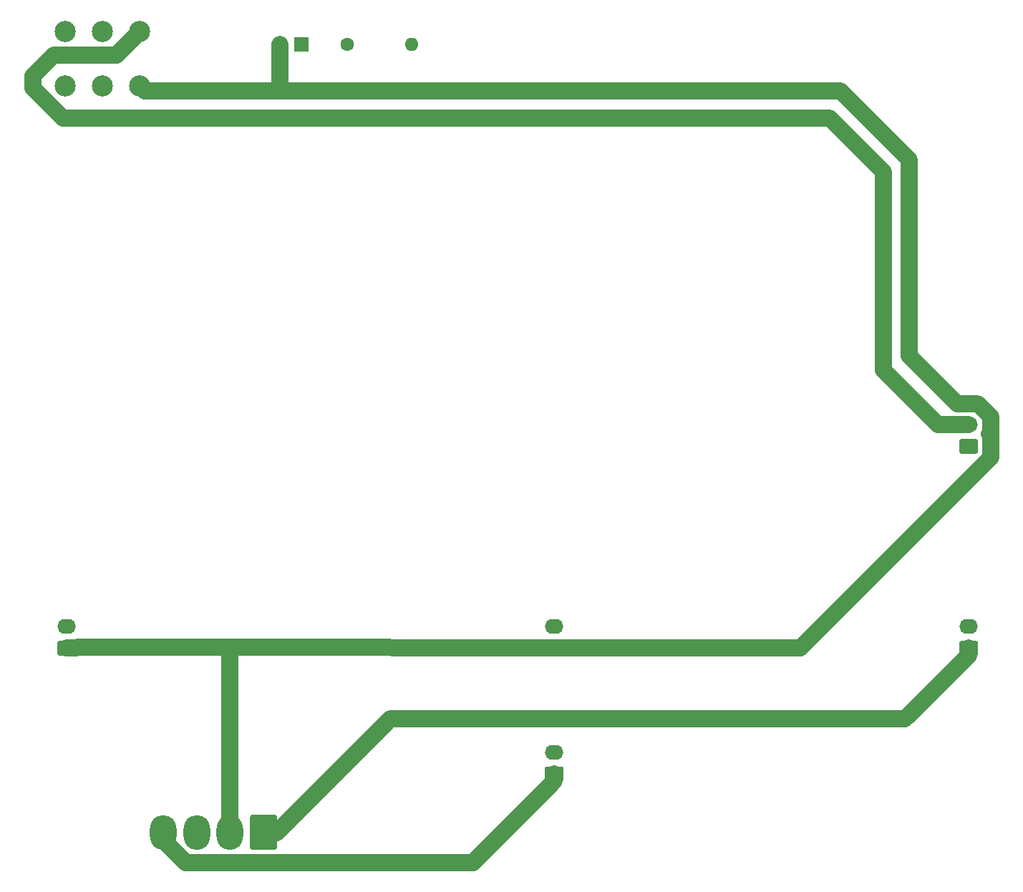
<source format=gbr>
G04 #@! TF.GenerationSoftware,KiCad,Pcbnew,(5.1.5-0-10_14)*
G04 #@! TF.CreationDate,2020-10-31T12:06:31+01:00*
G04 #@! TF.ProjectId,ti99-psu,74693939-2d70-4737-952e-6b696361645f,rev?*
G04 #@! TF.SameCoordinates,Original*
G04 #@! TF.FileFunction,Copper,L1,Top*
G04 #@! TF.FilePolarity,Positive*
%FSLAX46Y46*%
G04 Gerber Fmt 4.6, Leading zero omitted, Abs format (unit mm)*
G04 Created by KiCad (PCBNEW (5.1.5-0-10_14)) date 2020-10-31 12:06:31*
%MOMM*%
%LPD*%
G04 APERTURE LIST*
%ADD10C,1.800000*%
%ADD11R,1.800000X1.800000*%
%ADD12C,2.500000*%
%ADD13O,3.160000X4.100000*%
%ADD14C,0.100000*%
%ADD15O,1.600000X1.600000*%
%ADD16C,1.600000*%
%ADD17O,2.200000X1.740000*%
%ADD18C,2.000000*%
G04 APERTURE END LIST*
D10*
X68262500Y-51625500D03*
D11*
X70802500Y-51625500D03*
D12*
X51689500Y-56578500D03*
X47274500Y-56578500D03*
X42859500Y-56578500D03*
X51689500Y-50141500D03*
X47274500Y-50141500D03*
X42859500Y-50141500D03*
D13*
X54460000Y-144843500D03*
X58420000Y-144843500D03*
X62380000Y-144843500D03*
G04 #@! TA.AperFunction,ComponentPad*
D14*
G36*
X67694504Y-142794704D02*
G01*
X67718773Y-142798304D01*
X67742571Y-142804265D01*
X67765671Y-142812530D01*
X67787849Y-142823020D01*
X67808893Y-142835633D01*
X67828598Y-142850247D01*
X67846777Y-142866723D01*
X67863253Y-142884902D01*
X67877867Y-142904607D01*
X67890480Y-142925651D01*
X67900970Y-142947829D01*
X67909235Y-142970929D01*
X67915196Y-142994727D01*
X67918796Y-143018996D01*
X67920000Y-143043500D01*
X67920000Y-146643500D01*
X67918796Y-146668004D01*
X67915196Y-146692273D01*
X67909235Y-146716071D01*
X67900970Y-146739171D01*
X67890480Y-146761349D01*
X67877867Y-146782393D01*
X67863253Y-146802098D01*
X67846777Y-146820277D01*
X67828598Y-146836753D01*
X67808893Y-146851367D01*
X67787849Y-146863980D01*
X67765671Y-146874470D01*
X67742571Y-146882735D01*
X67718773Y-146888696D01*
X67694504Y-146892296D01*
X67670000Y-146893500D01*
X65010000Y-146893500D01*
X64985496Y-146892296D01*
X64961227Y-146888696D01*
X64937429Y-146882735D01*
X64914329Y-146874470D01*
X64892151Y-146863980D01*
X64871107Y-146851367D01*
X64851402Y-146836753D01*
X64833223Y-146820277D01*
X64816747Y-146802098D01*
X64802133Y-146782393D01*
X64789520Y-146761349D01*
X64779030Y-146739171D01*
X64770765Y-146716071D01*
X64764804Y-146692273D01*
X64761204Y-146668004D01*
X64760000Y-146643500D01*
X64760000Y-143043500D01*
X64761204Y-143018996D01*
X64764804Y-142994727D01*
X64770765Y-142970929D01*
X64779030Y-142947829D01*
X64789520Y-142925651D01*
X64802133Y-142904607D01*
X64816747Y-142884902D01*
X64833223Y-142866723D01*
X64851402Y-142850247D01*
X64871107Y-142835633D01*
X64892151Y-142823020D01*
X64914329Y-142812530D01*
X64937429Y-142804265D01*
X64961227Y-142798304D01*
X64985496Y-142794704D01*
X65010000Y-142793500D01*
X67670000Y-142793500D01*
X67694504Y-142794704D01*
G37*
G04 #@! TD.AperFunction*
D15*
X83883500Y-51625500D03*
D16*
X76263500Y-51625500D03*
D17*
X100711000Y-135382000D03*
G04 #@! TA.AperFunction,ComponentPad*
D14*
G36*
X101585505Y-137053204D02*
G01*
X101609773Y-137056804D01*
X101633572Y-137062765D01*
X101656671Y-137071030D01*
X101678850Y-137081520D01*
X101699893Y-137094132D01*
X101719599Y-137108747D01*
X101737777Y-137125223D01*
X101754253Y-137143401D01*
X101768868Y-137163107D01*
X101781480Y-137184150D01*
X101791970Y-137206329D01*
X101800235Y-137229428D01*
X101806196Y-137253227D01*
X101809796Y-137277495D01*
X101811000Y-137301999D01*
X101811000Y-138542001D01*
X101809796Y-138566505D01*
X101806196Y-138590773D01*
X101800235Y-138614572D01*
X101791970Y-138637671D01*
X101781480Y-138659850D01*
X101768868Y-138680893D01*
X101754253Y-138700599D01*
X101737777Y-138718777D01*
X101719599Y-138735253D01*
X101699893Y-138749868D01*
X101678850Y-138762480D01*
X101656671Y-138772970D01*
X101633572Y-138781235D01*
X101609773Y-138787196D01*
X101585505Y-138790796D01*
X101561001Y-138792000D01*
X99860999Y-138792000D01*
X99836495Y-138790796D01*
X99812227Y-138787196D01*
X99788428Y-138781235D01*
X99765329Y-138772970D01*
X99743150Y-138762480D01*
X99722107Y-138749868D01*
X99702401Y-138735253D01*
X99684223Y-138718777D01*
X99667747Y-138700599D01*
X99653132Y-138680893D01*
X99640520Y-138659850D01*
X99630030Y-138637671D01*
X99621765Y-138614572D01*
X99615804Y-138590773D01*
X99612204Y-138566505D01*
X99611000Y-138542001D01*
X99611000Y-137301999D01*
X99612204Y-137277495D01*
X99615804Y-137253227D01*
X99621765Y-137229428D01*
X99630030Y-137206329D01*
X99640520Y-137184150D01*
X99653132Y-137163107D01*
X99667747Y-137143401D01*
X99684223Y-137125223D01*
X99702401Y-137108747D01*
X99722107Y-137094132D01*
X99743150Y-137081520D01*
X99765329Y-137071030D01*
X99788428Y-137062765D01*
X99812227Y-137056804D01*
X99836495Y-137053204D01*
X99860999Y-137052000D01*
X101561001Y-137052000D01*
X101585505Y-137053204D01*
G37*
G04 #@! TD.AperFunction*
D17*
X149733000Y-120523000D03*
G04 #@! TA.AperFunction,ComponentPad*
D14*
G36*
X150607505Y-122194204D02*
G01*
X150631773Y-122197804D01*
X150655572Y-122203765D01*
X150678671Y-122212030D01*
X150700850Y-122222520D01*
X150721893Y-122235132D01*
X150741599Y-122249747D01*
X150759777Y-122266223D01*
X150776253Y-122284401D01*
X150790868Y-122304107D01*
X150803480Y-122325150D01*
X150813970Y-122347329D01*
X150822235Y-122370428D01*
X150828196Y-122394227D01*
X150831796Y-122418495D01*
X150833000Y-122442999D01*
X150833000Y-123683001D01*
X150831796Y-123707505D01*
X150828196Y-123731773D01*
X150822235Y-123755572D01*
X150813970Y-123778671D01*
X150803480Y-123800850D01*
X150790868Y-123821893D01*
X150776253Y-123841599D01*
X150759777Y-123859777D01*
X150741599Y-123876253D01*
X150721893Y-123890868D01*
X150700850Y-123903480D01*
X150678671Y-123913970D01*
X150655572Y-123922235D01*
X150631773Y-123928196D01*
X150607505Y-123931796D01*
X150583001Y-123933000D01*
X148882999Y-123933000D01*
X148858495Y-123931796D01*
X148834227Y-123928196D01*
X148810428Y-123922235D01*
X148787329Y-123913970D01*
X148765150Y-123903480D01*
X148744107Y-123890868D01*
X148724401Y-123876253D01*
X148706223Y-123859777D01*
X148689747Y-123841599D01*
X148675132Y-123821893D01*
X148662520Y-123800850D01*
X148652030Y-123778671D01*
X148643765Y-123755572D01*
X148637804Y-123731773D01*
X148634204Y-123707505D01*
X148633000Y-123683001D01*
X148633000Y-122442999D01*
X148634204Y-122418495D01*
X148637804Y-122394227D01*
X148643765Y-122370428D01*
X148652030Y-122347329D01*
X148662520Y-122325150D01*
X148675132Y-122304107D01*
X148689747Y-122284401D01*
X148706223Y-122266223D01*
X148724401Y-122249747D01*
X148744107Y-122235132D01*
X148765150Y-122222520D01*
X148787329Y-122212030D01*
X148810428Y-122203765D01*
X148834227Y-122197804D01*
X148858495Y-122194204D01*
X148882999Y-122193000D01*
X150583001Y-122193000D01*
X150607505Y-122194204D01*
G37*
G04 #@! TD.AperFunction*
D17*
X43053000Y-120523000D03*
G04 #@! TA.AperFunction,ComponentPad*
D14*
G36*
X43927505Y-122194204D02*
G01*
X43951773Y-122197804D01*
X43975572Y-122203765D01*
X43998671Y-122212030D01*
X44020850Y-122222520D01*
X44041893Y-122235132D01*
X44061599Y-122249747D01*
X44079777Y-122266223D01*
X44096253Y-122284401D01*
X44110868Y-122304107D01*
X44123480Y-122325150D01*
X44133970Y-122347329D01*
X44142235Y-122370428D01*
X44148196Y-122394227D01*
X44151796Y-122418495D01*
X44153000Y-122442999D01*
X44153000Y-123683001D01*
X44151796Y-123707505D01*
X44148196Y-123731773D01*
X44142235Y-123755572D01*
X44133970Y-123778671D01*
X44123480Y-123800850D01*
X44110868Y-123821893D01*
X44096253Y-123841599D01*
X44079777Y-123859777D01*
X44061599Y-123876253D01*
X44041893Y-123890868D01*
X44020850Y-123903480D01*
X43998671Y-123913970D01*
X43975572Y-123922235D01*
X43951773Y-123928196D01*
X43927505Y-123931796D01*
X43903001Y-123933000D01*
X42202999Y-123933000D01*
X42178495Y-123931796D01*
X42154227Y-123928196D01*
X42130428Y-123922235D01*
X42107329Y-123913970D01*
X42085150Y-123903480D01*
X42064107Y-123890868D01*
X42044401Y-123876253D01*
X42026223Y-123859777D01*
X42009747Y-123841599D01*
X41995132Y-123821893D01*
X41982520Y-123800850D01*
X41972030Y-123778671D01*
X41963765Y-123755572D01*
X41957804Y-123731773D01*
X41954204Y-123707505D01*
X41953000Y-123683001D01*
X41953000Y-122442999D01*
X41954204Y-122418495D01*
X41957804Y-122394227D01*
X41963765Y-122370428D01*
X41972030Y-122347329D01*
X41982520Y-122325150D01*
X41995132Y-122304107D01*
X42009747Y-122284401D01*
X42026223Y-122266223D01*
X42044401Y-122249747D01*
X42064107Y-122235132D01*
X42085150Y-122222520D01*
X42107329Y-122212030D01*
X42130428Y-122203765D01*
X42154227Y-122197804D01*
X42178495Y-122194204D01*
X42202999Y-122193000D01*
X43903001Y-122193000D01*
X43927505Y-122194204D01*
G37*
G04 #@! TD.AperFunction*
D17*
X100711000Y-120523000D03*
G04 #@! TA.AperFunction,ComponentPad*
D14*
G36*
X101585505Y-122194204D02*
G01*
X101609773Y-122197804D01*
X101633572Y-122203765D01*
X101656671Y-122212030D01*
X101678850Y-122222520D01*
X101699893Y-122235132D01*
X101719599Y-122249747D01*
X101737777Y-122266223D01*
X101754253Y-122284401D01*
X101768868Y-122304107D01*
X101781480Y-122325150D01*
X101791970Y-122347329D01*
X101800235Y-122370428D01*
X101806196Y-122394227D01*
X101809796Y-122418495D01*
X101811000Y-122442999D01*
X101811000Y-123683001D01*
X101809796Y-123707505D01*
X101806196Y-123731773D01*
X101800235Y-123755572D01*
X101791970Y-123778671D01*
X101781480Y-123800850D01*
X101768868Y-123821893D01*
X101754253Y-123841599D01*
X101737777Y-123859777D01*
X101719599Y-123876253D01*
X101699893Y-123890868D01*
X101678850Y-123903480D01*
X101656671Y-123913970D01*
X101633572Y-123922235D01*
X101609773Y-123928196D01*
X101585505Y-123931796D01*
X101561001Y-123933000D01*
X99860999Y-123933000D01*
X99836495Y-123931796D01*
X99812227Y-123928196D01*
X99788428Y-123922235D01*
X99765329Y-123913970D01*
X99743150Y-123903480D01*
X99722107Y-123890868D01*
X99702401Y-123876253D01*
X99684223Y-123859777D01*
X99667747Y-123841599D01*
X99653132Y-123821893D01*
X99640520Y-123800850D01*
X99630030Y-123778671D01*
X99621765Y-123755572D01*
X99615804Y-123731773D01*
X99612204Y-123707505D01*
X99611000Y-123683001D01*
X99611000Y-122442999D01*
X99612204Y-122418495D01*
X99615804Y-122394227D01*
X99621765Y-122370428D01*
X99630030Y-122347329D01*
X99640520Y-122325150D01*
X99653132Y-122304107D01*
X99667747Y-122284401D01*
X99684223Y-122266223D01*
X99702401Y-122249747D01*
X99722107Y-122235132D01*
X99743150Y-122222520D01*
X99765329Y-122212030D01*
X99788428Y-122203765D01*
X99812227Y-122197804D01*
X99836495Y-122194204D01*
X99860999Y-122193000D01*
X101561001Y-122193000D01*
X101585505Y-122194204D01*
G37*
G04 #@! TD.AperFunction*
D17*
X149733000Y-96647000D03*
G04 #@! TA.AperFunction,ComponentPad*
D14*
G36*
X150607505Y-98318204D02*
G01*
X150631773Y-98321804D01*
X150655572Y-98327765D01*
X150678671Y-98336030D01*
X150700850Y-98346520D01*
X150721893Y-98359132D01*
X150741599Y-98373747D01*
X150759777Y-98390223D01*
X150776253Y-98408401D01*
X150790868Y-98428107D01*
X150803480Y-98449150D01*
X150813970Y-98471329D01*
X150822235Y-98494428D01*
X150828196Y-98518227D01*
X150831796Y-98542495D01*
X150833000Y-98566999D01*
X150833000Y-99807001D01*
X150831796Y-99831505D01*
X150828196Y-99855773D01*
X150822235Y-99879572D01*
X150813970Y-99902671D01*
X150803480Y-99924850D01*
X150790868Y-99945893D01*
X150776253Y-99965599D01*
X150759777Y-99983777D01*
X150741599Y-100000253D01*
X150721893Y-100014868D01*
X150700850Y-100027480D01*
X150678671Y-100037970D01*
X150655572Y-100046235D01*
X150631773Y-100052196D01*
X150607505Y-100055796D01*
X150583001Y-100057000D01*
X148882999Y-100057000D01*
X148858495Y-100055796D01*
X148834227Y-100052196D01*
X148810428Y-100046235D01*
X148787329Y-100037970D01*
X148765150Y-100027480D01*
X148744107Y-100014868D01*
X148724401Y-100000253D01*
X148706223Y-99983777D01*
X148689747Y-99965599D01*
X148675132Y-99945893D01*
X148662520Y-99924850D01*
X148652030Y-99902671D01*
X148643765Y-99879572D01*
X148637804Y-99855773D01*
X148634204Y-99831505D01*
X148633000Y-99807001D01*
X148633000Y-98566999D01*
X148634204Y-98542495D01*
X148637804Y-98518227D01*
X148643765Y-98494428D01*
X148652030Y-98471329D01*
X148662520Y-98449150D01*
X148675132Y-98428107D01*
X148689747Y-98408401D01*
X148706223Y-98390223D01*
X148724401Y-98373747D01*
X148744107Y-98359132D01*
X148765150Y-98346520D01*
X148787329Y-98336030D01*
X148810428Y-98327765D01*
X148834227Y-98321804D01*
X148858495Y-98318204D01*
X148882999Y-98317000D01*
X150583001Y-98317000D01*
X150607505Y-98318204D01*
G37*
G04 #@! TD.AperFunction*
D18*
X51689500Y-56578500D02*
X51689500Y-56515500D01*
X44280000Y-122936000D02*
X62357000Y-122936000D01*
X44153000Y-123063000D02*
X44280000Y-122936000D01*
X43053000Y-123063000D02*
X44153000Y-123063000D01*
X100711000Y-123063000D02*
X62357000Y-122936000D01*
X62380000Y-122959000D02*
X62380000Y-144843500D01*
X62357000Y-122936000D02*
X62380000Y-122959000D01*
X51689500Y-56578500D02*
X52261000Y-57150000D01*
X68262500Y-57086500D02*
X68262500Y-51625500D01*
X68199000Y-57150000D02*
X68262500Y-57086500D01*
X52261000Y-57150000D02*
X68199000Y-57150000D01*
X152333010Y-100531880D02*
X129801890Y-123063000D01*
X150944690Y-94276990D02*
X152333010Y-95665310D01*
X152333010Y-97628690D02*
X152226295Y-97735405D01*
X150898538Y-94276990D02*
X150944690Y-94276990D01*
X152226295Y-97735405D02*
X152333010Y-97842120D01*
X129801890Y-123063000D02*
X101811000Y-123063000D01*
X152333010Y-95665310D02*
X152333010Y-97628690D01*
X142684500Y-88455500D02*
X148375990Y-94146990D01*
X148375990Y-94146990D02*
X150768538Y-94146990D01*
X150768538Y-94146990D02*
X150898538Y-94276990D01*
X142684500Y-65278000D02*
X142684500Y-88455500D01*
X101811000Y-123063000D02*
X100711000Y-123063000D01*
X134556500Y-57150000D02*
X142684500Y-65278000D01*
X152333010Y-97842120D02*
X152333010Y-100531880D01*
X68199000Y-57150000D02*
X134556500Y-57150000D01*
X139636500Y-66744414D02*
X139636500Y-90170000D01*
X133280586Y-60388500D02*
X139636500Y-66744414D01*
X139636500Y-90170000D02*
X146113500Y-96647000D01*
X42599498Y-60388500D02*
X133280586Y-60388500D01*
X39060510Y-56849512D02*
X42599498Y-60388500D01*
X146113500Y-96647000D02*
X149733000Y-96647000D01*
X39060510Y-55370490D02*
X39060510Y-56849512D01*
X41539499Y-52891501D02*
X39060510Y-55370490D01*
X48939499Y-52891501D02*
X41539499Y-52891501D01*
X51689500Y-50141500D02*
X48939499Y-52891501D01*
X149733000Y-123933000D02*
X149733000Y-123063000D01*
X81318500Y-131445000D02*
X142221000Y-131445000D01*
X67920000Y-144843500D02*
X81318500Y-131445000D01*
X142221000Y-131445000D02*
X149733000Y-123933000D01*
X66340000Y-144843500D02*
X67920000Y-144843500D01*
X91109490Y-148393510D02*
X100711000Y-138792000D01*
X57144219Y-148393510D02*
X91109490Y-148393510D01*
X54460000Y-145709291D02*
X57144219Y-148393510D01*
X100711000Y-138792000D02*
X100711000Y-137922000D01*
X54460000Y-144843500D02*
X54460000Y-145709291D01*
M02*

</source>
